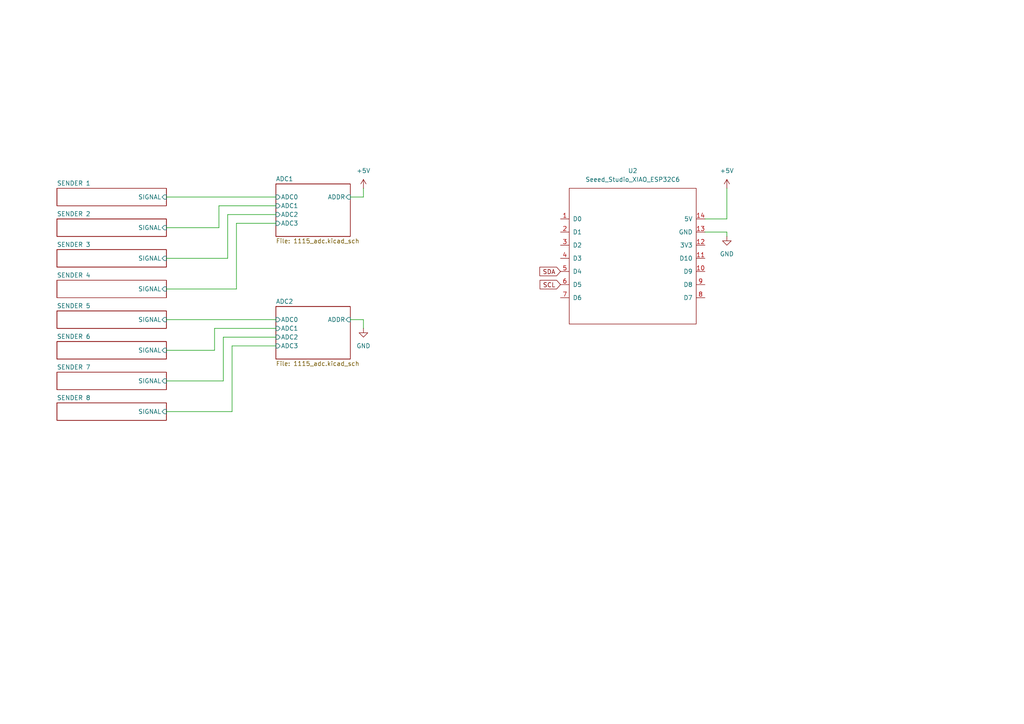
<source format=kicad_sch>
(kicad_sch (version 20231120) (generator "eeschema") (generator_version "8.0")
  (paper "A4")
  (lib_symbols
    (symbol "power:+5V" (power) (pin_numbers hide) (pin_names (offset 0) hide)
      (property "Value" "+5V" (at 0 3.556 0))
      (symbol "+5V_0_1"
        (polyline (pts (xy -0.762 1.27) (xy 0 2.54)))
        (polyline (pts (xy 0 0) (xy 0 2.54)))
        (polyline (pts (xy 0 2.54) (xy 0.762 1.27)))
      )
      (symbol "+5V_1_1"
        (pin power_in line (at 0 0 90) (length 0) (name "~") (number "1"))
      )
    )
    (symbol "power:GND" (power) (pin_numbers hide) (pin_names (offset 0) hide)
      (property "Value" "GND" (at 0 -3.81 0))
      (symbol "GND_0_1"
        (polyline (pts (xy 0 0) (xy 0 -1.27) (xy 1.27 -1.27) (xy 0 -2.54) (xy -1.27 -1.27) (xy 0 -1.27)))
      )
      (symbol "GND_1_1"
        (pin power_in line (at 0 0 270) (length 0) (name "~") (number "1"))
      )
    )
    (symbol "yarrboard:Seeed_Studio_XIAO_ESP32C6" (pin_names (offset 1.016))
      (property "Reference" "U" (at -18.796 23.876 0))
      (property "Value" "Seeed_Studio_XIAO_ESP32C6" (at -4.826 21.336 0))
      (symbol "Seeed_Studio_XIAO_ESP32C6_0_1"
        (rectangle (start -19.05 20.32) (end 17.78 -19.05))
      )
      (symbol "Seeed_Studio_XIAO_ESP32C6_1_1"
        (pin bidirectional line (at -21.59 11.43 0) (length 2.54) (name "D0") (number "1"))
        (pin bidirectional line (at 20.32 -3.81 180) (length 2.54) (name "D9") (number "10"))
        (pin bidirectional line (at 20.32 0 180) (length 2.54) (name "D10") (number "11"))
        (pin power_in line (at 20.32 3.81 180) (length 2.54) (name "3V3") (number "12"))
        (pin power_in line (at 20.32 7.62 180) (length 2.54) (name "GND") (number "13"))
        (pin power_in line (at 20.32 11.43 180) (length 2.54) (name "5V") (number "14"))
        (pin bidirectional line (at -21.59 7.62 0) (length 2.54) (name "D1") (number "2"))
        (pin bidirectional line (at -21.59 3.81 0) (length 2.54) (name "D2") (number "3"))
        (pin bidirectional line (at -21.59 0 0) (length 2.54) (name "D3") (number "4"))
        (pin bidirectional line (at -21.59 -3.81 0) (length 2.54) (name "D4") (number "5"))
        (pin bidirectional line (at -21.59 -7.62 0) (length 2.54) (name "D5") (number "6"))
        (pin bidirectional line (at -21.59 -11.43 0) (length 2.54) (name "D6") (number "7"))
        (pin bidirectional line (at 20.32 -11.43 180) (length 2.54) (name "D7") (number "8"))
        (pin bidirectional line (at 20.32 -7.62 180) (length 2.54) (name "D8") (number "9"))
      )
    )
  )
  (wire (pts (xy 48.26 110.49) (xy 64.77 110.49)))
  (wire (pts (xy 48.26 66.04) (xy 63.5 66.04)))
  (wire (pts (xy 48.26 119.38) (xy 67.31 119.38)))
  (wire (pts (xy 48.26 74.93) (xy 66.04 74.93)))
  (wire (pts (xy 63.5 59.69) (xy 80.01 59.69)))
  (wire (pts (xy 204.47 67.31) (xy 210.82 67.31)))
  (wire (pts (xy 210.82 67.31) (xy 210.82 68.58)))
  (wire (pts (xy 48.26 83.82) (xy 68.58 83.82)))
  (wire (pts (xy 64.77 97.79) (xy 80.01 97.79)))
  (wire (pts (xy 204.47 63.5) (xy 210.82 63.5)))
  (wire (pts (xy 64.77 110.49) (xy 64.77 97.79)))
  (wire (pts (xy 101.6 92.71) (xy 105.41 92.71)))
  (wire (pts (xy 48.26 101.6) (xy 62.23 101.6)))
  (wire (pts (xy 68.58 64.77) (xy 80.01 64.77)))
  (wire (pts (xy 62.23 101.6) (xy 62.23 95.25)))
  (wire (pts (xy 67.31 119.38) (xy 67.31 100.33)))
  (wire (pts (xy 67.31 100.33) (xy 80.01 100.33)))
  (wire (pts (xy 105.41 92.71) (xy 105.41 95.25)))
  (wire (pts (xy 210.82 63.5) (xy 210.82 54.61)))
  (wire (pts (xy 66.04 74.93) (xy 66.04 62.23)))
  (wire (pts (xy 66.04 62.23) (xy 80.01 62.23)))
  (wire (pts (xy 105.41 57.15) (xy 105.41 54.61)))
  (wire (pts (xy 63.5 66.04) (xy 63.5 59.69)))
  (wire (pts (xy 48.26 57.15) (xy 80.01 57.15)))
  (wire (pts (xy 62.23 95.25) (xy 80.01 95.25)))
  (wire (pts (xy 48.26 92.71) (xy 80.01 92.71)))
  (wire (pts (xy 101.6 57.15) (xy 105.41 57.15)))
  (wire (pts (xy 68.58 83.82) (xy 68.58 64.77)))
  (global_label "SDA" (shape input) (at 162.56 78.74 180) (property "Intersheetrefs" "${INTERSHEET_REFS}" (effects (hide yes))))
  (global_label "SCL" (shape input) (at 162.56 82.55 180) (property "Intersheetrefs" "${INTERSHEET_REFS}" (effects (hide yes))))
  (symbol (lib_id "yarrboard:Seeed_Studio_XIAO_ESP32C6") (at 184.15 74.93 0) (unit 1)
    (property "Reference" "U2" (at 183.515 49.53 0))
    (property "Value" "Seeed_Studio_XIAO_ESP32C6" (at 183.515 52.07 0))
    (property "Footprint" "Seeed Studio XIAO Series Library:XIAO-Generic-Hybrid-14P-2.54-21X17.8MM" (effects (hide yes)))
  )
  (symbol (lib_id "power:+5V") (at 105.41 54.61 0) (unit 1)
    (property "Reference" "#PWR023" (effects (hide yes)))
    (property "Value" "+5V" (at 105.41 49.53 0))
    (property "Description" "Power symbol creates a global label with name \"+5V\"" (effects (hide yes)))
  )
  (symbol (lib_id "power:GND") (at 105.41 95.25 0) (unit 1)
    (property "Reference" "#PWR024" (effects (hide yes)))
    (property "Value" "GND" (at 105.41 100.33 0))
    (property "Description" "Power symbol creates a global label with name \"GND\" , ground" (effects (hide yes)))
  )
  (symbol (lib_id "power:GND") (at 210.82 68.58 0) (unit 1)
    (property "Reference" "#PWR06" (effects (hide yes)))
    (property "Value" "GND" (at 210.82 73.66 0))
    (property "Description" "Power symbol creates a global label with name \"GND\" , ground" (effects (hide yes)))
  )
  (symbol (lib_id "power:+5V") (at 210.82 54.61 0) (unit 1)
    (property "Reference" "#PWR05" (effects (hide yes)))
    (property "Value" "+5V" (at 210.82 49.53 0))
    (property "Description" "Power symbol creates a global label with name \"+5V\"" (effects (hide yes)))
  )
  (sheet (at 16.51 116.84) (size 31.75 5.08) (stroke (width 0.1524))
    (property "Sheetname" "SENDER 8" (at 16.51 116.1284 0) (effects (justify left bottom)))
    (property "Sheetfile" "sender.kicad_sch" (effects (hide yes)))
    (pin "SIGNAL" input (at 48.26 119.38 0))
  )
  (sheet (at 16.51 54.61) (size 31.75 5.08) (stroke (width 0.1524))
    (property "Sheetname" "SENDER 1" (at 16.51 53.8984 0) (effects (justify left bottom)))
    (property "Sheetfile" "sender.kicad_sch" (effects (hide yes)))
    (pin "SIGNAL" input (at 48.26 57.15 0))
  )
  (sheet (at 16.51 63.5) (size 31.75 5.08) (stroke (width 0.1524))
    (property "Sheetname" "SENDER 2" (at 16.51 62.7884 0) (effects (justify left bottom)))
    (property "Sheetfile" "sender.kicad_sch" (effects (hide yes)))
    (pin "SIGNAL" input (at 48.26 66.04 0))
  )
  (sheet (at 16.51 107.95) (size 31.75 5.08) (stroke (width 0.1524))
    (property "Sheetname" "SENDER 7" (at 16.51 107.2384 0) (effects (justify left bottom)))
    (property "Sheetfile" "sender.kicad_sch" (effects (hide yes)))
    (pin "SIGNAL" input (at 48.26 110.49 0))
  )
  (sheet (at 16.51 72.39) (size 31.75 5.08) (stroke (width 0.1524))
    (property "Sheetname" "SENDER 3" (at 16.51 71.6784 0) (effects (justify left bottom)))
    (property "Sheetfile" "sender.kicad_sch" (effects (hide yes)))
    (pin "SIGNAL" input (at 48.26 74.93 0))
  )
  (sheet (at 16.51 81.28) (size 31.75 5.08) (stroke (width 0.1524))
    (property "Sheetname" "SENDER 4" (at 16.51 80.5684 0) (effects (justify left bottom)))
    (property "Sheetfile" "sender.kicad_sch" (effects (hide yes)))
    (pin "SIGNAL" input (at 48.26 83.82 0))
  )
  (sheet (at 80.01 88.9) (size 21.59 15.24) (stroke (width 0.1524))
    (property "Sheetname" "ADC2" (at 80.01 88.1884 0) (effects (justify left bottom)))
    (property "Sheetfile" "1115_adc.kicad_sch" (at 80.01 104.7246 0) (effects (justify left top)))
    (pin "ADDR" input (at 101.6 92.71 0))
    (pin "ADC1" input (at 80.01 95.25 180))
    (pin "ADC3" input (at 80.01 100.33 180))
    (pin "ADC2" input (at 80.01 97.79 180))
    (pin "ADC0" input (at 80.01 92.71 180))
  )
  (sheet (at 16.51 99.06) (size 31.75 5.08) (stroke (width 0.1524))
    (property "Sheetname" "SENDER 6" (at 16.51 98.3484 0) (effects (justify left bottom)))
    (property "Sheetfile" "sender.kicad_sch" (effects (hide yes)))
    (pin "SIGNAL" input (at 48.26 101.6 0))
  )
  (sheet (at 80.01 53.34) (size 21.59 15.24) (stroke (width 0.1524))
    (property "Sheetname" "ADC1" (at 80.01 52.6284 0) (effects (justify left bottom)))
    (property "Sheetfile" "1115_adc.kicad_sch" (at 80.01 69.1646 0) (effects (justify left top)))
    (pin "ADDR" input (at 101.6 57.15 0))
    (pin "ADC1" input (at 80.01 59.69 180))
    (pin "ADC3" input (at 80.01 64.77 180))
    (pin "ADC2" input (at 80.01 62.23 180))
    (pin "ADC0" input (at 80.01 57.15 180))
  )
  (sheet (at 16.51 90.17) (size 31.75 5.08) (stroke (width 0.1524))
    (property "Sheetname" "SENDER 5" (at 16.51 89.4584 0) (effects (justify left bottom)))
    (property "Sheetfile" "sender.kicad_sch" (effects (hide yes)))
    (pin "SIGNAL" input (at 48.26 92.71 0))
  )
)
</source>
